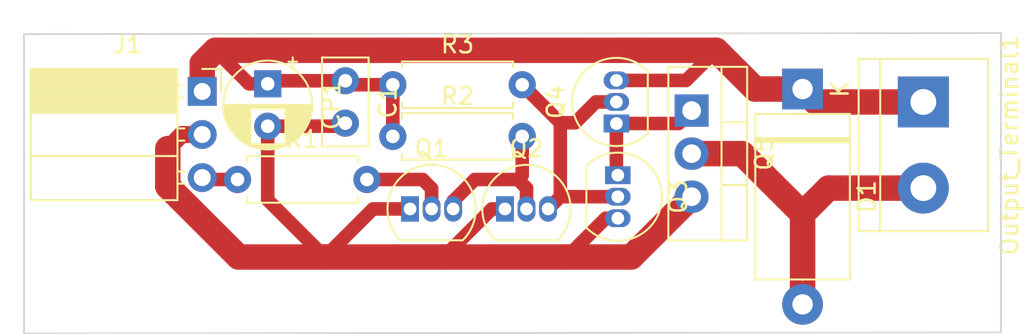
<source format=kicad_pcb>
(kicad_pcb (version 20221018) (generator pcbnew)
  (layers (0 "F.Cu" signal) (31 "B.Cu" signal) (34 "B.Paste" user) (35 "F.Paste" user) (36 "B.SilkS" user "B.Silkscreen") (37 "F.SilkS" user "F.Silkscreen") (38 "B.Mask" user) (39 "F.Mask" user) (44 "Edge.Cuts" user))
  (net 0 "")
  (net 1 "+12V")
  (net 2 "GND")
  (net 3 "Net-(D1-A)")
  (net 4 "Net-(Q1-B)")
  (net 5 "Net-(Q1-C)")
  (net 6 "Net-(Q2-C)")
  (net 7 "Net-(Q3-E)")
  (net 8 "Control_Signal")
  (footprint "Connector_PinSocket_2.54mm:PinSocket_1x03_P2.54mm_Horizontal" (layer "F.Cu") (at 20.529 -16.876)
    (fp_text reference "J1" (at -4.38 -2.77) (layer "F.SilkS"))
    (fp_text value "Conn_01x03_Socket")
    (fp_line (start -10.09 -1.33) (end -10.09 6.41) (stroke (width 0.12)) (layer "F.SilkS"))
    (fp_line (start -10.09 -1.33) (end -1.46 -1.33) (stroke (width 0.12)) (layer "F.SilkS"))
    (fp_line (start -10.09 -1.21) (end -1.46 -1.21) (stroke (width 0.12)) (layer "F.SilkS"))
    (fp_line (start -10.09 -1.091905) (end -1.46 -1.091905) (stroke (width 0.12)) (layer "F.SilkS"))
    (fp_line (start -10.09 -0.97381) (end -1.46 -0.97381) (stroke (width 0.12)) (layer "F.SilkS"))
    (fp_line (start -10.09 -0.855715) (end -1.46 -0.855715) (stroke (width 0.12)) (layer "F.SilkS"))
    (fp_line (start -10.09 -0.73762) (end -1.46 -0.73762) (stroke (width 0.12)) (layer "F.SilkS"))
    (fp_line (start -10.09 -0.619525) (end -1.46 -0.619525) (stroke (width 0.12)) (layer "F.SilkS"))
    (fp_line (start -10.09 -0.50143) (end -1.46 -0.50143) (stroke (width 0.12)) (layer "F.SilkS"))
    (fp_line (start -10.09 -0.383335) (end -1.46 -0.383335) (stroke (width 0.12)) (layer "F.SilkS"))
    (fp_line (start -10.09 -0.26524) (end -1.46 -0.26524) (stroke (width 0.12)) (layer "F.SilkS"))
    (fp_line (start -10.09 -0.147145) (end -1.46 -0.147145) (stroke (width 0.12)) (layer "F.SilkS"))
    (fp_line (start -10.09 -0.02905) (end -1.46 -0.02905) (stroke (width 0.12)) (layer "F.SilkS"))
    (fp_line (start -10.09 0.089045) (end -1.46 0.089045) (stroke (width 0.12)) (layer "F.SilkS"))
    (fp_line (start -10.09 0.20714) (end -1.46 0.20714) (stroke (width 0.12)) (layer "F.SilkS"))
    (fp_line (start -10.09 0.325235) (end -1.46 0.325235) (stroke (width 0.12)) (layer "F.SilkS"))
    (fp_line (start -10.09 0.44333) (end -1.46 0.44333) (stroke (width 0.12)) (layer "F.SilkS"))
    (fp_line (start -10.09 0.561425) (end -1.46 0.561425) (stroke (width 0.12)) (layer "F.SilkS"))
    (fp_line (start -10.09 0.67952) (end -1.46 0.67952) (stroke (width 0.12)) (layer "F.SilkS"))
    (fp_line (start -10.09 0.797615) (end -1.46 0.797615) (stroke (width 0.12)) (layer "F.SilkS"))
    (fp_line (start -10.09 0.91571) (end -1.46 0.91571) (stroke (width 0.12)) (layer "F.SilkS"))
    (fp_line (start -10.09 1.033805) (end -1.46 1.033805) (stroke (width 0.12)) (layer "F.SilkS"))
    (fp_line (start -10.09 1.1519) (end -1.46 1.1519) (stroke (width 0.12)) (layer "F.SilkS"))
    (fp_line (start -10.09 1.27) (end -1.46 1.27) (stroke (width 0.12)) (layer "F.SilkS"))
    (fp_line (start -10.09 3.81) (end -1.46 3.81) (stroke (width 0.12)) (layer "F.SilkS"))
    (fp_line (start -10.09 6.41) (end -1.46 6.41) (stroke (width 0.12)) (layer "F.SilkS"))
    (fp_line (start -1.46 -1.33) (end -1.46 6.41) (stroke (width 0.12)) (layer "F.SilkS"))
    (fp_line (start -1.46 -0.36) (end -1.11 -0.36) (stroke (width 0.12)) (layer "F.SilkS"))
    (fp_line (start -1.46 0.36) (end -1.11 0.36) (stroke (width 0.12)) (layer "F.SilkS"))
    (fp_line (start -1.46 2.18) (end -1.05 2.18) (stroke (width 0.12)) (layer "F.SilkS"))
    (fp_line (start -1.46 2.9) (end -1.05 2.9) (stroke (width 0.12)) (layer "F.SilkS"))
    (fp_line (start -1.46 4.72) (end -1.05 4.72) (stroke (width 0.12)) (layer "F.SilkS"))
    (fp_line (start -1.46 5.44) (end -1.05 5.44) (stroke (width 0.12)) (layer "F.SilkS"))
    (fp_line (start 0 -1.33) (end 1.11 -1.33) (stroke (width 0.12)) (layer "F.SilkS"))
    (fp_line (start 1.11 -1.33) (end 1.11 0) (stroke (width 0.12)) (layer "F.SilkS"))
    (pad "1" thru_hole rect (at 0 0) (size 1.7 1.7) (drill 1) (layers "*.Cu" "*.Mask") (net 1 "+12V"))
    (pad "2" thru_hole oval (at 0 2.54) (size 1.7 1.7) (drill 1) (layers "*.Cu" "*.Mask") (net 2 "GND"))
    (pad "3" thru_hole oval (at 0 5.08) (size 1.7 1.7) (drill 1) (layers "*.Cu" "*.Mask") (net 8 "Control_Signal"))
  )
  (footprint "Package_TO_SOT_THT:TO-92_Inline" (layer "F.Cu") (at 45 -11.938 -90)
    (fp_text reference "Q3" (at 1.27 -3.56 90) (layer "F.SilkS"))
    (fp_text value "S8550")
    (fp_line (start -0.53 1.85) (end 3.07 1.85) (stroke (width 0.12)) (layer "F.SilkS"))
    (fp_arc (start -0.568478 1.838478) (mid -1.132087 -0.994977) (end 1.27 -2.6) (stroke (width 0.12)) (layer "F.SilkS"))
    (fp_arc (start 1.27 -2.6) (mid 3.672087 -0.994977) (end 3.108478 1.838478) (stroke (width 0.12)) (layer "F.SilkS"))
    (pad "1" thru_hole rect (at 0 0 270) (size 1.05 1.5) (drill 0.75) (layers "*.Cu" "*.Mask") (net 7 "Net-(Q3-E)"))
    (pad "2" thru_hole oval (at 1.27 0 270) (size 1.05 1.5) (drill 0.75) (layers "*.Cu" "*.Mask") (net 6 "Net-(Q2-C)"))
    (pad "3" thru_hole oval (at 2.54 0 270) (size 1.05 1.5) (drill 0.75) (layers "*.Cu" "*.Mask") (net 2 "GND"))
  )
  (footprint "Resistor_THT:R_Axial_DIN0207_L6.3mm_D2.5mm_P7.62mm_Horizontal" (layer "F.Cu") (at 31.75 -17.272)
    (fp_text reference "R3" (at 3.81 -2.37) (layer "F.SilkS"))
    (fp_text value "1k")
    (fp_line (start 0.54 -1.37) (end 7.08 -1.37) (stroke (width 0.12)) (layer "F.SilkS"))
    (fp_line (start 0.54 -1.04) (end 0.54 -1.37) (stroke (width 0.12)) (layer "F.SilkS"))
    (fp_line (start 0.54 1.04) (end 0.54 1.37) (stroke (width 0.12)) (layer "F.SilkS"))
    (fp_line (start 0.54 1.37) (end 7.08 1.37) (stroke (width 0.12)) (layer "F.SilkS"))
    (fp_line (start 7.08 -1.37) (end 7.08 -1.04) (stroke (width 0.12)) (layer "F.SilkS"))
    (fp_line (start 7.08 1.37) (end 7.08 1.04) (stroke (width 0.12)) (layer "F.SilkS"))
    (pad "1" thru_hole circle (at 0 0) (size 1.6 1.6) (drill 0.8) (layers "*.Cu" "*.Mask") (net 1 "+12V"))
    (pad "2" thru_hole oval (at 7.62 0) (size 1.6 1.6) (drill 0.8) (layers "*.Cu" "*.Mask") (net 6 "Net-(Q2-C)"))
  )
  (footprint "Package_TO_SOT_THT:TO-92_Inline" (layer "F.Cu") (at 38.354 -9.948)
    (fp_text reference "Q2" (at 1.27 -3.56) (layer "F.SilkS"))
    (fp_text value "S8050")
    (fp_line (start -0.53 1.85) (end 3.07 1.85) (stroke (width 0.12)) (layer "F.SilkS"))
    (fp_arc (start -0.568478 1.838478) (mid -1.132087 -0.994977) (end 1.27 -2.6) (stroke (width 0.12)) (layer "F.SilkS"))
    (fp_arc (start 1.27 -2.6) (mid 3.672087 -0.994977) (end 3.108478 1.838478) (stroke (width 0.12)) (layer "F.SilkS"))
    (pad "1" thru_hole rect (at 0 0) (size 1.05 1.5) (drill 0.75) (layers "*.Cu" "*.Mask") (net 2 "GND"))
    (pad "2" thru_hole oval (at 1.27 0) (size 1.05 1.5) (drill 0.75) (layers "*.Cu" "*.Mask") (net 5 "Net-(Q1-C)"))
    (pad "3" thru_hole oval (at 2.54 0) (size 1.05 1.5) (drill 0.75) (layers "*.Cu" "*.Mask") (net 6 "Net-(Q2-C)"))
  )
  (footprint "Package_TO_SOT_THT:TO-92_Inline" (layer "F.Cu") (at 32.766 -9.948)
    (fp_text reference "Q1" (at 1.27 -3.56) (layer "F.SilkS"))
    (fp_text value "S8050")
    (fp_line (start -0.53 1.85) (end 3.07 1.85) (stroke (width 0.12)) (layer "F.SilkS"))
    (fp_arc (start -0.568478 1.838478) (mid -1.132087 -0.994977) (end 1.27 -2.6) (stroke (width 0.12)) (layer "F.SilkS"))
    (fp_arc (start 1.27 -2.6) (mid 3.672087 -0.994977) (end 3.108478 1.838478) (stroke (width 0.12)) (layer "F.SilkS"))
    (pad "1" thru_hole rect (at 0 0) (size 1.05 1.5) (drill 0.75) (layers "*.Cu" "*.Mask") (net 2 "GND"))
    (pad "2" thru_hole oval (at 1.27 0) (size 1.05 1.5) (drill 0.75) (layers "*.Cu" "*.Mask") (net 4 "Net-(Q1-B)"))
    (pad "3" thru_hole oval (at 2.54 0) (size 1.05 1.5) (drill 0.75) (layers "*.Cu" "*.Mask") (net 5 "Net-(Q1-C)"))
  )
  (footprint "TerminalBlock:TerminalBlock_bornier-2_P5.08mm" (layer "F.Cu") (at 62.992 -16.256 -90)
    (fp_text reference "Output_Terminal1" (at 2.54 -5.08 90) (layer "F.SilkS"))
    (fp_text value "Screw_Terminal_01x02")
    (fp_line (start -2.54 -3.81) (end -2.54 3.81) (stroke (width 0.12)) (layer "F.SilkS"))
    (fp_line (start -2.54 3.81) (end 7.62 3.81) (stroke (width 0.12)) (layer "F.SilkS"))
    (fp_line (start 7.62 -3.81) (end -2.54 -3.81) (stroke (width 0.12)) (layer "F.SilkS"))
    (fp_line (start 7.62 2.54) (end -2.54 2.54) (stroke (width 0.12)) (layer "F.SilkS"))
    (fp_line (start 7.62 3.81) (end 7.62 -3.81) (stroke (width 0.12)) (layer "F.SilkS"))
    (pad "1" thru_hole rect (at 0 0 270) (size 3 3) (drill 1.52) (layers "*.Cu" "*.Mask") (net 1 "+12V"))
    (pad "2" thru_hole circle (at 5.08 0 270) (size 3 3) (drill 1.52) (layers "*.Cu" "*.Mask") (net 3 "Net-(D1-A)"))
  )
  (footprint "Package_TO_SOT_THT:TO-220-3_Vertical" (layer "F.Cu") (at 49.347 -15.748 -90)
    (fp_text reference "Q5" (at 2.54 -4.27 90) (layer "F.SilkS"))
    (fp_text value "IRF540N")
    (fp_line (start -2.58 -3.27) (end -2.58 1.371) (stroke (width 0.12)) (layer "F.SilkS"))
    (fp_line (start -2.58 -3.27) (end 7.66 -3.27) (stroke (width 0.12)) (layer "F.SilkS"))
    (fp_line (start -2.58 -1.76) (end 7.66 -1.76) (stroke (width 0.12)) (layer "F.SilkS"))
    (fp_line (start -2.58 1.371) (end 7.66 1.371) (stroke (width 0.12)) (layer "F.SilkS"))
    (fp_line (start 0.69 -3.27) (end 0.69 -1.76) (stroke (width 0.12)) (layer "F.SilkS"))
    (fp_line (start 4.391 -3.27) (end 4.391 -1.76) (stroke (width 0.12)) (layer "F.SilkS"))
    (fp_line (start 7.66 -3.27) (end 7.66 1.371) (stroke (width 0.12)) (layer "F.SilkS"))
    (pad "1" thru_hole rect (at 0 0 270) (size 1.905 2) (drill 1.1) (layers "*.Cu" "*.Mask") (net 7 "Net-(Q3-E)"))
    (pad "2" thru_hole oval (at 2.54 0 270) (size 1.905 2) (drill 1.1) (layers "*.Cu" "*.Mask") (net 3 "Net-(D1-A)"))
    (pad "3" thru_hole oval (at 5.08 0 270) (size 1.905 2) (drill 1.1) (layers "*.Cu" "*.Mask") (net 2 "GND"))
  )
  (footprint "Resistor_THT:R_Axial_DIN0207_L6.3mm_D2.5mm_P7.62mm_Horizontal" (layer "F.Cu") (at 22.606 -11.684)
    (fp_text reference "R1" (at 3.81 -2.37) (layer "F.SilkS"))
    (fp_text value "10k")
    (fp_line (start 0.54 -1.37) (end 7.08 -1.37) (stroke (width 0.12)) (layer "F.SilkS"))
    (fp_line (start 0.54 -1.04) (end 0.54 -1.37) (stroke (width 0.12)) (layer "F.SilkS"))
    (fp_line (start 0.54 1.04) (end 0.54 1.37) (stroke (width 0.12)) (layer "F.SilkS"))
    (fp_line (start 0.54 1.37) (end 7.08 1.37) (stroke (width 0.12)) (layer "F.SilkS"))
    (fp_line (start 7.08 -1.37) (end 7.08 -1.04) (stroke (width 0.12)) (layer "F.SilkS"))
    (fp_line (start 7.08 1.37) (end 7.08 1.04) (stroke (width 0.12)) (layer "F.SilkS"))
    (pad "1" thru_hole circle (at 0 0) (size 1.6 1.6) (drill 0.8) (layers "*.Cu" "*.Mask") (net 8 "Control_Signal"))
    (pad "2" thru_hole oval (at 7.62 0) (size 1.6 1.6) (drill 0.8) (layers "*.Cu" "*.Mask") (net 4 "Net-(Q1-B)"))
  )
  (footprint "Capacitor_THT:CP_Radial_D5.0mm_P2.50mm" (layer "F.Cu") (at 24.384 -17.326448 -90)
    (fp_text reference "CP1" (at 1.25 -3.75 90) (layer "F.SilkS"))
    (fp_text value "10uF")
    (fp_line (start -1.554775 -1.475) (end -1.054775 -1.475) (stroke (width 0.12)) (layer "F.SilkS"))
    (fp_line (start -1.304775 -1.725) (end -1.304775 -1.225) (stroke (width 0.12)) (layer "F.SilkS"))
    (fp_line (start 1.25 -2.58) (end 1.25 2.58) (stroke (width 0.12)) (layer "F.SilkS"))
    (fp_line (start 1.29 -2.58) (end 1.29 2.58) (stroke (width 0.12)) (layer "F.SilkS"))
    (fp_line (start 1.33 -2.579) (end 1.33 2.579) (stroke (width 0.12)) (layer "F.SilkS"))
    (fp_line (start 1.37 -2.578) (end 1.37 2.578) (stroke (width 0.12)) (layer "F.SilkS"))
    (fp_line (start 1.41 -2.576) (end 1.41 2.576) (stroke (width 0.12)) (layer "F.SilkS"))
    (fp_line (start 1.45 -2.573) (end 1.45 2.573) (stroke (width 0.12)) (layer "F.SilkS"))
    (fp_line (start 1.49 -2.569) (end 1.49 -1.04) (stroke (width 0.12)) (layer "F.SilkS"))
    (fp_line (start 1.49 1.04) (end 1.49 2.569) (stroke (width 0.12)) (layer "F.SilkS"))
    (fp_line (start 1.53 -2.565) (end 1.53 -1.04) (stroke (width 0.12)) (layer "F.SilkS"))
    (fp_line (start 1.53 1.04) (end 1.53 2.565) (stroke (width 0.12)) (layer "F.SilkS"))
    (fp_line (start 1.57 -2.561) (end 1.57 -1.04) (stroke (width 0.12)) (layer "F.SilkS"))
    (fp_line (start 1.57 1.04) (end 1.57 2.561) (stroke (width 0.12)) (layer "F.SilkS"))
    (fp_line (start 1.61 -2.556) (end 1.61 -1.04) (stroke (width 0.12)) (layer "F.SilkS"))
    (fp_line (start 1.61 1.04) (end 1.61 2.556) (stroke (width 0.12)) (layer "F.SilkS"))
    (fp_line (start 1.65 -2.55) (end 1.65 -1.04) (stroke (width 0.12)) (layer "F.SilkS"))
    (fp_line (start 1.65 1.04) (end 1.65 2.55) (stroke (width 0.12)) (layer "F.SilkS"))
    (fp_line (start 1.69 -2.543) (end 1.69 -1.04) (stroke (width 0.12)) (layer "F.SilkS"))
    (fp_line (start 1.69 1.04) (end 1.69 2.543) (stroke (width 0.12)) (layer "F.SilkS"))
    (fp_line (start 1.73 -2.536) (end 1.73 -1.04) (stroke (width 0.12)) (layer "F.SilkS"))
    (fp_line (start 1.73 1.04) (end 1.73 2.536) (stroke (width 0.12)) (layer "F.SilkS"))
    (fp_line (start 1.77 -2.528) (end 1.77 -1.04) (stroke (width 0.12)) (layer "F.SilkS"))
    (fp_line (start 1.77 1.04) (end 1.77 2.528) (stroke (width 0.12)) (layer "F.SilkS"))
    (fp_line (start 1.81 -2.52) (end 1.81 -1.04) (stroke (width 0.12)) (layer "F.SilkS"))
    (fp_line (start 1.81 1.04) (end 1.81 2.52) (stroke (width 0.12)) (layer "F.SilkS"))
    (fp_line (start 1.85 -2.511) (end 1.85 -1.04) (stroke (width 0.12)) (layer "F.SilkS"))
    (fp_line (start 1.85 1.04) (end 1.85 2.511) (stroke (width 0.12)) (layer "F.SilkS"))
    (fp_line (start 1.89 -2.501) (end 1.89 -1.04) (stroke (width 0.12)) (layer "F.SilkS"))
    (fp_line (start 1.89 1.04) (end 1.89 2.501) (stroke (width 0.12)) (layer "F.SilkS"))
    (fp_line (start 1.93 -2.491) (end 1.93 -1.04) (stroke (width 0.12)) (layer "F.SilkS"))
    (fp_line (start 1.93 1.04) (end 1.93 2.491) (stroke (width 0.12)) (layer "F.SilkS"))
    (fp_line (start 1.971 -2.48) (end 1.971 -1.04) (stroke (width 0.12)) (layer "F.SilkS"))
    (fp_line (start 1.971 1.04) (end 1.971 2.48) (stroke (width 0.12)) (layer "F.SilkS"))
    (fp_line (start 2.011 -2.468) (end 2.011 -1.04) (stroke (width 0.12)) (layer "F.SilkS"))
    (fp_line (start 2.011 1.04) (end 2.011 2.468) (stroke (width 0.12)) (layer "F.SilkS"))
    (fp_line (start 2.051 -2.455) (end 2.051 -1.04) (stroke (width 0.12)) (layer "F.SilkS"))
    (fp_line (start 2.051 1.04) (end 2.051 2.455) (stroke (width 0.12)) (layer "F.SilkS"))
    (fp_line (start 2.091 -2.442) (end 2.091 -1.04) (stroke (width 0.12)) (layer "F.SilkS"))
    (fp_line (start 2.091 1.04) (end 2.091 2.442) (stroke (width 0.12)) (layer "F.SilkS"))
    (fp_line (start 2.131 -2.428) (end 2.131 -1.04) (stroke (width 0.12)) (layer "F.SilkS"))
    (fp_line (start 2.131 1.04) (end 2.131 2.428) (stroke (width 0.12)) (layer "F.SilkS"))
    (fp_line (start 2.171 -2.414) (end 2.171 -1.04) (stroke (width 0.12)) (layer "F.SilkS"))
    (fp_line (start 2.171 1.04) (end 2.171 2.414) (stroke (width 0.12)) (layer "F.SilkS"))
    (fp_line (start 2.211 -2.398) (end 2.211 -1.04) (stroke (width 0.12)) (layer "F.SilkS"))
    (fp_line (start 2.211 1.04) (end 2.211 2.398) (stroke (width 0.12)) (layer "F.SilkS"))
    (fp_line (start 2.251 -2.382) (end 2.251 -1.04) (stroke (width 0.12)) (layer "F.SilkS"))
    (fp_line (start 2.251 1.04) (end 2.251 2.382) (stroke (width 0.12)) (layer "F.SilkS"))
    (fp_line (start 2.291 -2.365) (end 2.291 -1.04) (stroke (width 0.12)) (layer "F.SilkS"))
    (fp_line (start 2.291 1.04) (end 2.291 2.365) (stroke (width 0.12)) (layer "F.SilkS"))
    (fp_line (start 2.331 -2.348) (end 2.331 -1.04) (stroke (width 0.12)) (layer "F.SilkS"))
    (fp_line (start 2.331 1.04) (end 2.331 2.348) (stroke (width 0.12)) (layer "F.SilkS"))
    (fp_line (start 2.371 -2.329) (end 2.371 -1.04) (stroke (width 0.12)) (layer "F.SilkS"))
    (fp_line (start 2.371 1.04) (end 2.371 2.329) (stroke (width 0.12)) (layer "F.SilkS"))
    (fp_line (start 2.411 -2.31) (end 2.411 -1.04) (stroke (width 0.12)) (layer "F.SilkS"))
    (fp_line (start 2.411 1.04) (end 2.411 2.31) (stroke (width 0.12)) (layer "F.SilkS"))
    (fp_line (start 2.451 -2.29) (end 2.451 -1.04) (stroke (width 0.12)) (layer "F.SilkS"))
    (fp_line (start 2.451 1.04) (end 2.451 2.29) (stroke (width 0.12)) (layer "F.SilkS"))
    (fp_line (start 2.491 -2.268) (end 2.491 -1.04) (stroke (width 0.12)) (layer "F.SilkS"))
    (fp_line (start 2.491 1.04) (end 2.491 2.268) (stroke (width 0.12)) (layer "F.SilkS"))
    (fp_line (start 2.531 -2.247) (end 2.531 -1.04) (stroke (width 0.12)) (layer "F.SilkS"))
    (fp_line (start 2.531 1.04) (end 2.531 2.247) (stroke (width 0.12)) (layer "F.SilkS"))
    (fp_line (start 2.571 -2.224) (end 2.571 -1.04) (stroke (width 0.12)) (layer "F.SilkS"))
    (fp_line (start 2.571 1.04) (end 2.571 2.224) (stroke (width 0.12)) (layer "F.SilkS"))
    (fp_line (start 2.611 -2.2) (end 2.611 -1.04) (stroke (width 0.12)) (layer "F.SilkS"))
    (fp_line (start 2.611 1.04) (end 2.611 2.2) (stroke (width 0.12)) (layer "F.SilkS"))
    (fp_line (start 2.651 -2.175) (end 2.651 -1.04) (stroke (width 0.12)) (layer "F.SilkS"))
    (fp_line (start 2.651 1.04) (end 2.651 2.175) (stroke (width 0.12)) (layer "F.SilkS"))
    (fp_line (start 2.691 -2.149) (end 2.691 -1.04) (stroke (width 0.12)) (layer "F.SilkS"))
    (fp_line (start 2.691 1.04) (end 2.691 2.149) (stroke (width 0.12)) (layer "F.SilkS"))
    (fp_line (start 2.731 -2.122) (end 2.731 -1.04) (stroke (width 0.12)) (layer "F.SilkS"))
    (fp_line (start 2.731 1.04) (end 2.731 2.122) (stroke (width 0.12)) (layer "F.SilkS"))
    (fp_line (start 2.771 -2.095) (end 2.771 -1.04) (stroke (width 0.12)) (layer "F.SilkS"))
    (fp_line (start 2.771 1.04) (end 2.771 2.095) (stroke (width 0.12)) (layer "F.SilkS"))
    (fp_line (start 2.811 -2.065) (end 2.811 -1.04) (stroke (width 0.12)) (layer "F.SilkS"))
    (fp_line (start 2.811 1.04) (end 2.811 2.065) (stroke (width 0.12)) (layer "F.SilkS"))
    (fp_line (start 2.851 -2.035) (end 2.851 -1.04) (stroke (width 0.12)) (layer "F.SilkS"))
    (fp_line (start 2.851 1.04) (end 2.851 2.035) (stroke (width 0.12)) (layer "F.SilkS"))
    (fp_line (start 2.891 -2.004) (end 2.891 -1.04) (stroke (width 0.12)) (layer "F.SilkS"))
    (fp_line (start 2.891 1.04) (end 2.891 2.004) (stroke (width 0.12)) (layer "F.SilkS"))
    (fp_line (start 2.931 -1.971) (end 2.931 -1.04) (stroke (width 0.12)) (layer "F.SilkS"))
    (fp_line (start 2.931 1.04) (end 2.931 1.971) (stroke (width 0.12)) (layer "F.SilkS"))
    (fp_line (start 2.971 -1.937) (end 2.971 -1.04) (stroke (width 0.12)) (layer "F.SilkS"))
    (fp_line (start 2.971 1.04) (end 2.971 1.937) (stroke (width 0.12)) (layer "F.SilkS"))
    (fp_line (start 3.011 -1.901) (end 3.011 -1.04) (stroke (width 0.12)) (layer "F.SilkS"))
    (fp_line (start 3.011 1.04) (end 3.011 1.901) (stroke (width 0.12)) (layer "F.SilkS"))
    (fp_line (start 3.051 -1.864) (end 3.051 -1.04) (stroke (width 0.12)) (layer "F.SilkS"))
    (fp_line (start 3.051 1.04) (end 3.051 1.864) (stroke (width 0.12)) (layer "F.SilkS"))
    (fp_line (start 3.091 -1.826) (end 3.091 -1.04) (stroke (width 0.12)) (layer "F.SilkS"))
    (fp_line (start 3.091 1.04) (end 3.091 1.826) (stroke (width 0.12)) (layer "F.SilkS"))
    (fp_line (start 3.131 -1.785) (end 3.131 -1.04) (stroke (width 0.12)) (layer "F.SilkS"))
    (fp_line (start 3.131 1.04) (end 3.131 1.785) (stroke (width 0.12)) (layer "F.SilkS"))
    (fp_line (start 3.171 -1.743) (end 3.171 -1.04) (stroke (width 0.12)) (layer "F.SilkS"))
    (fp_line (start 3.171 1.04) (end 3.171 1.743) (stroke (width 0.12)) (layer "F.SilkS"))
    (fp_line (start 3.211 -1.699) (end 3.211 -1.04) (stroke (width 0.12)) (layer "F.SilkS"))
    (fp_line (start 3.211 1.04) (end 3.211 1.699) (stroke (width 0.12)) (layer "F.SilkS"))
    (fp_line (start 3.251 -1.653) (end 3.251 -1.04) (stroke (width 0.12)) (layer "F.SilkS"))
    (fp_line (start 3.251 1.04) (end 3.251 1.653) (stroke (width 0.12)) (layer "F.SilkS"))
    (fp_line (start 3.291 -1.605) (end 3.291 -1.04) (stroke (width 0.12)) (layer "F.SilkS"))
    (fp_line (start 3.291 1.04) (end 3.291 1.605) (stroke (width 0.12)) (layer "F.SilkS"))
    (fp_line (start 3.331 -1.554) (end 3.331 -1.04) (stroke (width 0.12)) (layer "F.SilkS"))
    (fp_line (start 3.331 1.04) (end 3.331 1.554) (stroke (width 0.12)) (layer "F.SilkS"))
    (fp_line (start 3.371 -1.5) (end 3.371 -1.04) (stroke (width 0.12)) (layer "F.SilkS"))
    (fp_line (start 3.371 1.04) (end 3.371 1.5) (stroke (width 0.12)) (layer "F.SilkS"))
    (fp_line (start 3.411 -1.443) (end 3.411 -1.04) (stroke (width 0.12)) (layer "F.SilkS"))
    (fp_line (start 3.411 1.04) (end 3.411 1.443) (stroke (width 0.12)) (layer "F.SilkS"))
    (fp_line (start 3.451 -1.383) (end 3.451 -1.04) (stroke (width 0.12)) (layer "F.SilkS"))
    (fp_line (start 3.451 1.04) (end 3.451 1.383) (stroke (width 0.12)) (layer "F.SilkS"))
    (fp_line (start 3.491 -1.319) (end 3.491 -1.04) (stroke (width 0.12)) (layer "F.SilkS"))
    (fp_line (start 3.491 1.04) (end 3.491 1.319) (stroke (width 0.12)) (layer "F.SilkS"))
    (fp_line (start 3.531 -1.251) (end 3.531 -1.04) (stroke (width 0.12)) (layer "F.SilkS"))
    (fp_line (start 3.531 1.04) (end 3.531 1.251) (stroke (width 0.12)) (layer "F.SilkS"))
    (fp_line (start 3.571 -1.178) (end 3.571 1.178) (stroke (width 0.12)) (layer "F.SilkS"))
    (fp_line (start 3.611 -1.098) (end 3.611 1.098) (stroke (width 0.12)) (layer "F.SilkS"))
    (fp_line (start 3.651 -1.011) (end 3.651 1.011) (stroke (width 0.12)) (layer "F.SilkS"))
    (fp_line (start 3.691 -0.915) (end 3.691 0.915) (stroke (width 0.12)) (layer "F.SilkS"))
    (fp_line (start 3.731 -0.805) (end 3.731 0.805) (stroke (width 0.12)) (layer "F.SilkS"))
    (fp_line (start 3.771 -0.677) (end 3.771 0.677) (stroke (width 0.12)) (layer "F.SilkS"))
    (fp_line (start 3.811 -0.518) (end 3.811 0.518) (stroke (width 0.12)) (layer "F.SilkS"))
    (fp_line (start 3.851 -0.284) (end 3.851 0.284) (stroke (width 0.12)) (layer "F.SilkS"))
    (fp_circle (center 1.25 0) (end 3.87 0) (stroke (width 0.12)) (fill none) (layer "F.SilkS"))
    (pad "1" thru_hole rect (at 0 0 270) (size 1.6 1.6) (drill 0.8) (layers "*.Cu" "*.Mask") (net 1 "+12V"))
    (pad "2" thru_hole circle (at 2.5 0 270) (size 1.6 1.6) (drill 0.8) (layers "*.Cu" "*.Mask") (net 2 "GND"))
  )
  (footprint "Resistor_THT:R_Axial_DIN0207_L6.3mm_D2.5mm_P7.62mm_Horizontal" (layer "F.Cu") (at 31.75 -14.224)
    (fp_text reference "R2" (at 3.81 -2.37) (layer "F.SilkS"))
    (fp_text value "1k")
    (fp_line (start 0.54 -1.37) (end 7.08 -1.37) (stroke (width 0.12)) (layer "F.SilkS"))
    (fp_line (start 0.54 -1.04) (end 0.54 -1.37) (stroke (width 0.12)) (layer "F.SilkS"))
    (fp_line (start 0.54 1.04) (end 0.54 1.37) (stroke (width 0.12)) (layer "F.SilkS"))
    (fp_line (start 0.54 1.37) (end 7.08 1.37) (stroke (width 0.12)) (layer "F.SilkS"))
    (fp_line (start 7.08 -1.37) (end 7.08 -1.04) (stroke (width 0.12)) (layer "F.SilkS"))
    (fp_line (start 7.08 1.37) (end 7.08 1.04) (stroke (width 0.12)) (layer "F.SilkS"))
    (pad "1" thru_hole circle (at 0 0) (size 1.6 1.6) (drill 0.8) (layers "*.Cu" "*.Mask") (net 1 "+12V"))
    (pad "2" thru_hole oval (at 7.62 0) (size 1.6 1.6) (drill 0.8) (layers "*.Cu" "*.Mask") (net 5 "Net-(Q1-C)"))
  )
  (footprint "Package_TO_SOT_THT:TO-92_Inline" (layer "F.Cu") (at 44.916 -14.986 90)
    (fp_text reference "Q4" (at 1.27 -3.56 90) (layer "F.SilkS"))
    (fp_text value "S8050")
    (fp_line (start -0.53 1.85) (end 3.07 1.85) (stroke (width 0.12)) (layer "F.SilkS"))
    (fp_arc (start -0.568478 1.838478) (mid -1.132087 -0.994977) (end 1.27 -2.6) (stroke (width 0.12)) (layer "F.SilkS"))
    (fp_arc (start 1.27 -2.6) (mid 3.672087 -0.994977) (end 3.108478 1.838478) (stroke (width 0.12)) (layer "F.SilkS"))
    (pad "1" thru_hole rect (at 0 0 90) (size 1.05 1.5) (drill 0.75) (layers "*.Cu" "*.Mask") (net 7 "Net-(Q3-E)"))
    (pad "2" thru_hole oval (at 1.27 0 90) (size 1.05 1.5) (drill 0.75) (layers "*.Cu" "*.Mask") (net 6 "Net-(Q2-C)"))
    (pad "3" thru_hole oval (at 2.54 0 90) (size 1.05 1.5) (drill 0.75) (layers "*.Cu" "*.Mask") (net 1 "+12V"))
  )
  (footprint "Diode_THT:D_DO-27_P12.70mm_Horizontal" (layer "F.Cu") (at 55.88 -17.018 -90)
    (fp_text reference "D1" (at 6.35 -3.785 90) (layer "F.SilkS"))
    (fp_text value "SR360")
    (fp_text user "K" (at 0 -2.2 90) (layer "F.SilkS"))
    (fp_line (start 1.44 0) (end 1.47 0) (stroke (width 0.12)) (layer "F.SilkS"))
    (fp_line (start 1.47 -2.785) (end 1.47 2.785) (stroke (width 0.12)) (layer "F.SilkS"))
    (fp_line (start 1.47 2.785) (end 11.23 2.785) (stroke (width 0.12)) (layer "F.SilkS"))
    (fp_line (start 2.898 -2.785) (end 2.898 2.785) (stroke (width 0.12)) (layer "F.SilkS"))
    (fp_line (start 3.018 -2.785) (end 3.018 2.785) (stroke (width 0.12)) (layer "F.SilkS"))
    (fp_line (start 3.138 -2.785) (end 3.138 2.785) (stroke (width 0.12)) (layer "F.SilkS"))
    (fp_line (start 11.23 -2.785) (end 1.47 -2.785) (stroke (width 0.12)) (layer "F.SilkS"))
    (fp_line (start 11.23 2.785) (end 11.23 -2.785) (stroke (width 0.12)) (layer "F.SilkS"))
    (fp_line (start 11.26 0) (end 11.23 0) (stroke (width 0.12)) (layer "F.SilkS"))
    (pad "1" thru_hole rect (at 0 0 270) (size 2.4 2.4) (drill 1.2) (layers "*.Cu" "*.Mask") (net 1 "+12V"))
    (pad "2" thru_hole oval (at 12.7 0 270) (size 2.4 2.4) (drill 1.2) (layers "*.Cu" "*.Mask") (net 3 "Net-(D1-A)"))
  )
  (footprint "Capacitor_THT:C_Disc_D5.0mm_W2.5mm_P2.50mm" (layer "F.Cu") (at 28.956 -17.506 -90)
    (fp_text reference "C1" (at 1.25 -2.5 90) (layer "F.SilkS"))
    (fp_text value "100nF")
    (fp_line (start -1.37 -1.37) (end -1.37 1.37) (stroke (width 0.12)) (layer "F.SilkS"))
    (fp_line (start -1.37 -1.37) (end 3.87 -1.37) (stroke (width 0.12)) (layer "F.SilkS"))
    (fp_line (start -1.37 1.37) (end 3.87 1.37) (stroke (width 0.12)) (layer "F.SilkS"))
    (fp_line (start 3.87 -1.37) (end 3.87 1.37) (stroke (width 0.12)) (layer "F.SilkS"))
    (pad "1" thru_hole circle (at 0 0 270) (size 1.6 1.6) (drill 0.8) (layers "*.Cu" "*.Mask") (net 1 "+12V"))
    (pad "2" thru_hole circle (at 2.5 0 270) (size 1.6 1.6) (drill 0.8) (layers "*.Cu" "*.Mask") (net 2 "GND"))
  )
  (gr_line (start 67.564 -20.32) (end 67.564 -2.667) (stroke (width 0.1)) (layer "Edge.Cuts"))
  (gr_line (start 67.564 -2.667) (end 10.033 -2.6035) (stroke (width 0.1)) (layer "Edge.Cuts"))
  (gr_line (start 10.033 -20.2565) (end 67.564 -20.32) (stroke (width 0.1)) (layer "Edge.Cuts"))
  (gr_line (start 10.033 -2.6035) (end 10.033 -20.2565) (stroke (width 0.1)) (layer "Edge.Cuts"))
  (segment (start 50.8 -19.304) (end 21.304 -19.304) (width 1.5) (layer "F.Cu") (net 1))
  (segment (start 28.956 -17.506) (end 24.563552 -17.506) (width 0.8) (layer "F.Cu") (net 1))
  (segment (start 24.563552 -17.506) (end 24.384 -17.326448) (width 0.8) (layer "F.Cu") (net 1))
  (segment (start 44.916 -17.526) (end 44.778 -17.526) (width 0.8) (layer "F.Cu") (net 1))
  (segment (start 44.916 -17.526) (end 49.022 -17.526) (width 0.8) (layer "F.Cu") (net 1))
  (segment (start 31.75 -14.224) (end 31.75 -17.272) (width 0.8) (layer "F.Cu") (net 1))
  (segment (start 62.992 -16.256) (end 56.642 -16.256) (width 1.5) (layer "F.Cu") (net 1))
  (segment (start 28.776448 -17.326448) (end 28.956 -17.506) (width 0.8) (layer "F.Cu") (net 1))
  (segment (start 24.384 -17.326448) (end 23.281552 -17.326448) (width 0.8) (layer "F.Cu") (net 1))
  (segment (start 55.88 -17.018) (end 53.086 -17.018) (width 1.5) (layer "F.Cu") (net 1))
  (segment (start 23.281552 -17.326448) (end 21.304 -19.304) (width 0.8) (layer "F.Cu") (net 1))
  (segment (start 31.75 -17.272) (end 29.19 -17.272) (width 0.8) (layer "F.Cu") (net 1))
  (segment (start 49.022 -17.526) (end 50.8 -19.304) (width 0.8) (layer "F.Cu") (net 1))
  (segment (start 56.642 -16.256) (end 55.88 -17.018) (width 1.5) (layer "F.Cu") (net 1))
  (segment (start 29.19 -17.272) (end 28.956 -17.506) (width 0.8) (layer "F.Cu") (net 1))
  (segment (start 20.529 -16.876) (end 20.529 -18.529) (width 1.5) (layer "F.Cu") (net 1))
  (segment (start 20.529 -18.529) (end 21.304 -19.304) (width 1.5) (layer "F.Cu") (net 1))
  (segment (start 53.086 -17.018) (end 50.8 -19.304) (width 1.5) (layer "F.Cu") (net 1))
  (segment (start 30.586 -9.948) (end 27.75 -7.112) (width 0.8) (layer "F.Cu") (net 2))
  (segment (start 49.347 -10.668) (end 45.791 -7.112) (width 1.5) (layer "F.Cu") (net 2))
  (segment (start 22.667415 -7.112) (end 27.75 -7.112) (width 1.5) (layer "F.Cu") (net 2))
  (segment (start 18.5 -13.509081) (end 18.5 -11.279415) (width 1.5) (layer "F.Cu") (net 2))
  (segment (start 27.75 -7.112) (end 34.75 -7.112) (width 1.5) (layer "F.Cu") (net 2))
  (segment (start 45.791 -7.112) (end 42 -7.112) (width 1.5) (layer "F.Cu") (net 2))
  (segment (start 44.286 -9.398) (end 45 -9.398) (width 0.8) (layer "F.Cu") (net 2))
  (segment (start 37.586 -9.948) (end 38.354 -9.948) (width 0.8) (layer "F.Cu") (net 2))
  (segment (start 24.384 -14.826448) (end 24.384 -10.478) (width 0.8) (layer "F.Cu") (net 2))
  (segment (start 19.326919 -14.336) (end 18.5 -13.509081) (width 1) (layer "F.Cu") (net 2))
  (segment (start 34.75 -7.112) (end 42 -7.112) (width 1.5) (layer "F.Cu") (net 2))
  (segment (start 32.766 -9.948) (end 30.586 -9.948) (width 0.8) (layer "F.Cu") (net 2))
  (segment (start 18.5 -11.279415) (end 22.667415 -7.112) (width 1.5) (layer "F.Cu") (net 2))
  (segment (start 44.286 -9.398) (end 42 -7.112) (width 0.8) (layer "F.Cu") (net 2))
  (segment (start 20.529 -14.336) (end 19.326919 -14.336) (width 1) (layer "F.Cu") (net 2))
  (segment (start 37.586 -9.948) (end 34.75 -7.112) (width 0.8) (layer "F.Cu") (net 2))
  (segment (start 28.776448 -14.826448) (end 28.956 -15.006) (width 0.8) (layer "F.Cu") (net 2))
  (segment (start 24.384 -10.478) (end 27.75 -7.112) (width 0.8) (layer "F.Cu") (net 2))
  (segment (start 24.384 -14.826448) (end 28.776448 -14.826448) (width 0.8) (layer "F.Cu") (net 2))
  (segment (start 55.88 -9.652) (end 55.88 -4.318) (width 1.5) (layer "F.Cu") (net 3))
  (segment (start 57.404 -11.176) (end 62.992 -11.176) (width 1.5) (layer "F.Cu") (net 3))
  (segment (start 49.347 -13.208) (end 52.324 -13.208) (width 1.5) (layer "F.Cu") (net 3))
  (segment (start 52.324 -13.208) (end 55.88 -9.652) (width 1.5) (layer "F.Cu") (net 3))
  (segment (start 55.88 -9.652) (end 57.404 -11.176) (width 1.5) (layer "F.Cu") (net 3))
  (segment (start 34.036 -9.948) (end 34.036 -11.153) (width 0.8) (layer "F.Cu") (net 4))
  (segment (start 33.505 -11.684) (end 34.036 -11.153) (width 0.8) (layer "F.Cu") (net 4))
  (segment (start 30.226 -11.684) (end 33.505 -11.684) (width 0.8) (layer "F.Cu") (net 4))
  (segment (start 39.37 -11.938) (end 39.37 -14.224) (width 0.8) (layer "F.Cu") (net 5))
  (segment (start 39.624 -11.176) (end 39.624 -9.948) (width 0.8) (layer "F.Cu") (net 5))
  (segment (start 35.306 -10.414) (end 36.576 -11.684) (width 0.8) (layer "F.Cu") (net 5))
  (segment (start 36.576 -11.684) (end 39.116 -11.684) (width 0.8) (layer "F.Cu") (net 5))
  (segment (start 39.116 -11.684) (end 39.624 -11.176) (width 0.8) (layer "F.Cu") (net 5))
  (segment (start 39.37 -11.938) (end 39.116 -11.684) (width 0.8) (layer "F.Cu") (net 5))
  (segment (start 35.306 -9.948) (end 35.306 -10.414) (width 0.8) (layer "F.Cu") (net 5))
  (segment (start 41.614 -10.668) (end 41.614 -15.028) (width 0.8) (layer "F.Cu") (net 6))
  (segment (start 41.614 -15.028) (end 39.37 -17.272) (width 0.8) (layer "F.Cu") (net 6))
  (segment (start 43.711 -16.256) (end 44.916 -16.256) (width 0.8) (layer "F.Cu") (net 6))
  (segment (start 40.894 -9.948) (end 41.614 -10.668) (width 0.8) (layer "F.Cu") (net 6))
  (segment (start 41.614 -10.668) (end 45 -10.668) (width 0.8) (layer "F.Cu") (net 6))
  (segment (start 41.614 -15.028) (end 42.483 -15.028) (width 0.8) (layer "F.Cu") (net 6))
  (segment (start 42.483 -15.028) (end 43.711 -16.256) (width 0.8) (layer "F.Cu") (net 6))
  (segment (start 44.916 -14.986) (end 44.916 -12.022) (width 0.8) (layer "F.Cu") (net 7))
  (segment (start 48.585 -14.986) (end 49.347 -15.748) (width 0.8) (layer "F.Cu") (net 7))
  (segment (start 44.916 -12.022) (end 45 -11.938) (width 0.8) (layer "F.Cu") (net 7))
  (segment (start 44.916 -14.986) (end 48.585 -14.986) (width 0.8) (layer "F.Cu") (net 7))
  (segment (start 22.606 -11.684) (end 20.641 -11.684) (width 0.8) (layer "F.Cu") (net 8))
  (segment (start 20.641 -11.684) (end 20.529 -11.796) (width 0.8) (layer "F.Cu") (net 8))
)
</source>
